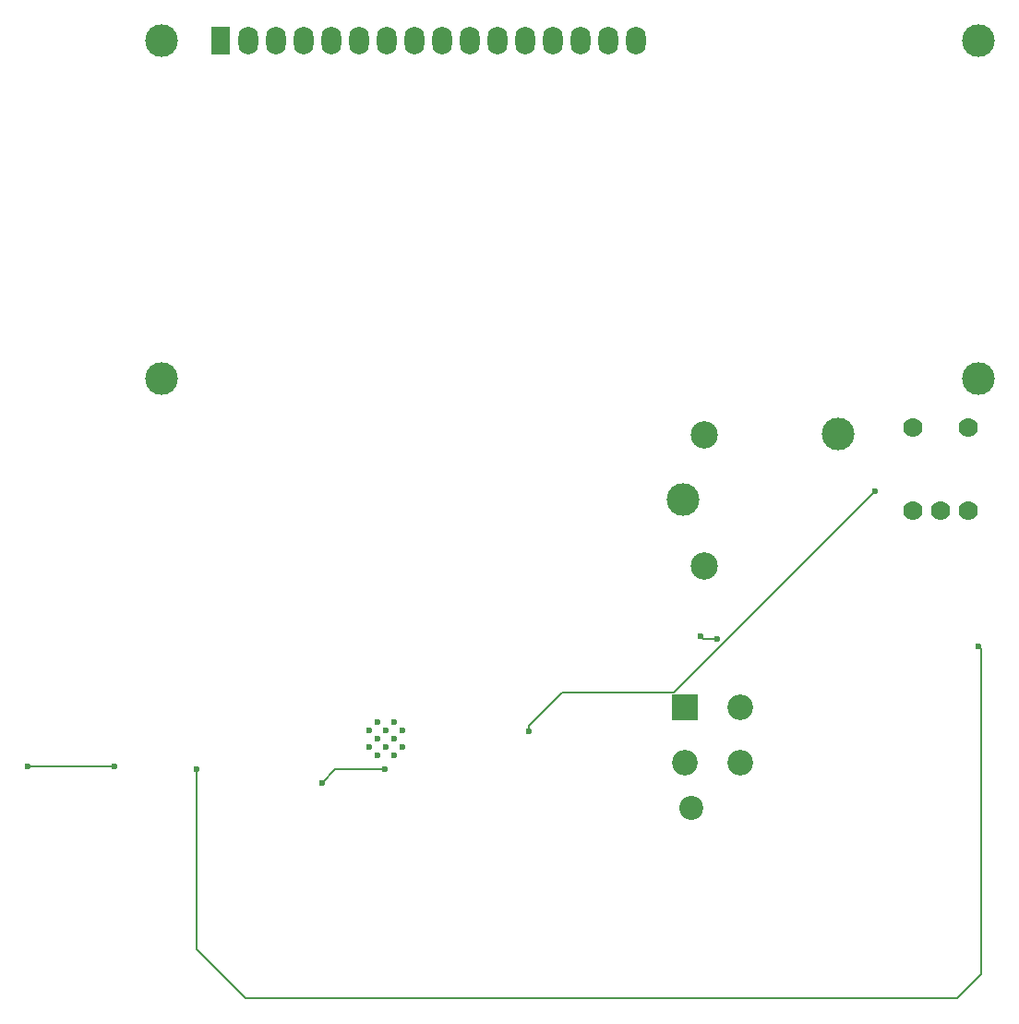
<source format=gbr>
%TF.GenerationSoftware,KiCad,Pcbnew,9.0.0*%
%TF.CreationDate,2025-03-30T19:25:57+05:30*%
%TF.ProjectId,Water_level_controller,57617465-725f-46c6-9576-656c5f636f6e,rev?*%
%TF.SameCoordinates,Original*%
%TF.FileFunction,Copper,L2,Bot*%
%TF.FilePolarity,Positive*%
%FSLAX46Y46*%
G04 Gerber Fmt 4.6, Leading zero omitted, Abs format (unit mm)*
G04 Created by KiCad (PCBNEW 9.0.0) date 2025-03-30 19:25:57*
%MOMM*%
%LPD*%
G01*
G04 APERTURE LIST*
%TA.AperFunction,HeatsinkPad*%
%ADD10C,0.600000*%
%TD*%
%TA.AperFunction,ComponentPad*%
%ADD11C,2.200000*%
%TD*%
%TA.AperFunction,ComponentPad*%
%ADD12R,2.350000X2.350000*%
%TD*%
%TA.AperFunction,ComponentPad*%
%ADD13C,2.350000*%
%TD*%
%TA.AperFunction,ComponentPad*%
%ADD14C,3.000000*%
%TD*%
%TA.AperFunction,ComponentPad*%
%ADD15R,1.800000X2.600000*%
%TD*%
%TA.AperFunction,ComponentPad*%
%ADD16O,1.800000X2.600000*%
%TD*%
%TA.AperFunction,ComponentPad*%
%ADD17C,1.778000*%
%TD*%
%TA.AperFunction,ComponentPad*%
%ADD18C,2.500000*%
%TD*%
%TA.AperFunction,ViaPad*%
%ADD19C,0.600000*%
%TD*%
%TA.AperFunction,Conductor*%
%ADD20C,0.200000*%
%TD*%
G04 APERTURE END LIST*
D10*
%TO.P,U1,39,GND*%
%TO.N,GND*%
X113355000Y-116892500D03*
X113355000Y-118417500D03*
X114117500Y-116130000D03*
X114117500Y-117655000D03*
X114117500Y-119180000D03*
X114880000Y-116892500D03*
X114880000Y-118417500D03*
X115642500Y-116130000D03*
X115642500Y-117655000D03*
X115642500Y-119180000D03*
X116405000Y-116892500D03*
X116405000Y-118417500D03*
%TD*%
D11*
%TO.P,U3,1,VCC*%
%TO.N,+5V*%
X142860000Y-124055000D03*
%TD*%
D12*
%TO.P,D1,1,K*%
%TO.N,GND*%
X142320000Y-114805000D03*
D13*
%TO.P,D1,2,A*%
%TO.N,Net-(D1-A)*%
X142320000Y-119885000D03*
%TO.P,D1,3*%
%TO.N,N/C*%
X147400000Y-119885000D03*
%TO.P,D1,4*%
X147400000Y-114805000D03*
%TD*%
D14*
%TO.P,DS1,*%
%TO.N,*%
X94250900Y-53642500D03*
X94250900Y-84643200D03*
X169249480Y-84643200D03*
X169250000Y-53642500D03*
D15*
%TO.P,DS1,1,VSS*%
%TO.N,GND*%
X99750000Y-53642500D03*
D16*
%TO.P,DS1,2,VDD*%
%TO.N,+5V*%
X102290000Y-53642500D03*
%TO.P,DS1,3,VO*%
%TO.N,unconnected-(DS1-VO-Pad3)*%
X104830000Y-53642500D03*
%TO.P,DS1,4,RS*%
%TO.N,unconnected-(DS1-RS-Pad4)*%
X107370000Y-53642500D03*
%TO.P,DS1,5,R/W*%
%TO.N,Net-(DS1-R{slash}W)*%
X109910000Y-53642500D03*
%TO.P,DS1,6,E*%
%TO.N,Net-(DS1-E)*%
X112450000Y-53642500D03*
%TO.P,DS1,7,D0*%
%TO.N,unconnected-(DS1-D0-Pad7)*%
X114990000Y-53642500D03*
%TO.P,DS1,8,D1*%
%TO.N,unconnected-(DS1-D1-Pad8)*%
X117530000Y-53642500D03*
%TO.P,DS1,9,D2*%
%TO.N,unconnected-(DS1-D2-Pad9)*%
X120070000Y-53642500D03*
%TO.P,DS1,10,D3*%
%TO.N,unconnected-(DS1-D3-Pad10)*%
X122610000Y-53642500D03*
%TO.P,DS1,11,D4*%
%TO.N,Net-(DS1-D4)*%
X125150000Y-53642500D03*
%TO.P,DS1,12,D5*%
%TO.N,Net-(DS1-D5)*%
X127690000Y-53642500D03*
%TO.P,DS1,13,D6*%
%TO.N,Net-(DS1-D6)*%
X130230000Y-53642500D03*
%TO.P,DS1,14,D7*%
%TO.N,Net-(DS1-D7)*%
X132770000Y-53642500D03*
%TO.P,DS1,15,LED(+)*%
%TO.N,unconnected-(DS1-LED(+)-Pad15)*%
X135310000Y-53642500D03*
%TO.P,DS1,16,LED(-)*%
%TO.N,unconnected-(DS1-LED(-)-Pad16)*%
X137850000Y-53642500D03*
%TD*%
D17*
%TO.P,SW1,1,1*%
%TO.N,GND*%
X163170000Y-89130000D03*
%TO.P,SW1,2,2*%
%TO.N,Net-(U1-IO18)*%
X168250000Y-89130000D03*
%TO.P,SW1,3*%
%TO.N,N/C*%
X168250000Y-96750000D03*
%TO.P,SW1,4*%
X165710000Y-96750000D03*
%TO.P,SW1,5*%
X163170000Y-96750000D03*
%TD*%
D14*
%TO.P,K1,1*%
%TO.N,N/C*%
X142160000Y-95775000D03*
D18*
%TO.P,K1,2*%
X144110000Y-101825000D03*
D14*
%TO.P,K1,4*%
X156360000Y-89775000D03*
D18*
%TO.P,K1,5*%
X144110000Y-89825000D03*
%TD*%
D19*
%TO.N,Net-(U1-IO18)*%
X128000000Y-116979484D03*
X114750000Y-120500000D03*
%TO.N,Net-(DS1-E)*%
X82000000Y-120250000D03*
X90000000Y-120250000D03*
%TO.N,Net-(U1-IO18)*%
X108995000Y-121745000D03*
X159750000Y-95000000D03*
%TO.N,Net-(U1-VDD)*%
X143750000Y-108250000D03*
X169250000Y-109250000D03*
X97500000Y-120500000D03*
X145250000Y-108500000D03*
%TD*%
D20*
%TO.N,Net-(U1-IO18)*%
X128000000Y-116500000D02*
X131039500Y-113460500D01*
X128000000Y-116979484D02*
X128000000Y-116500000D01*
X113000000Y-120500000D02*
X114750000Y-120500000D01*
X110240000Y-120500000D02*
X113000000Y-120500000D01*
X108995000Y-121745000D02*
X110240000Y-120500000D01*
%TO.N,Net-(DS1-E)*%
X82000000Y-120250000D02*
X90000000Y-120250000D01*
%TO.N,Net-(U1-IO18)*%
X131039500Y-113460500D02*
X141289500Y-113460500D01*
X141289500Y-113460500D02*
X159750000Y-95000000D01*
%TO.N,Net-(U1-VDD)*%
X97500000Y-137000000D02*
X102000000Y-141500000D01*
X167250000Y-141500000D02*
X169500000Y-139250000D01*
X145250000Y-108500000D02*
X144000000Y-108500000D01*
X102000000Y-141500000D02*
X167250000Y-141500000D01*
X169500000Y-139250000D02*
X169500000Y-109500000D01*
X169500000Y-109500000D02*
X169250000Y-109250000D01*
X144000000Y-108500000D02*
X143750000Y-108250000D01*
X97500000Y-120500000D02*
X97500000Y-137000000D01*
%TD*%
M02*

</source>
